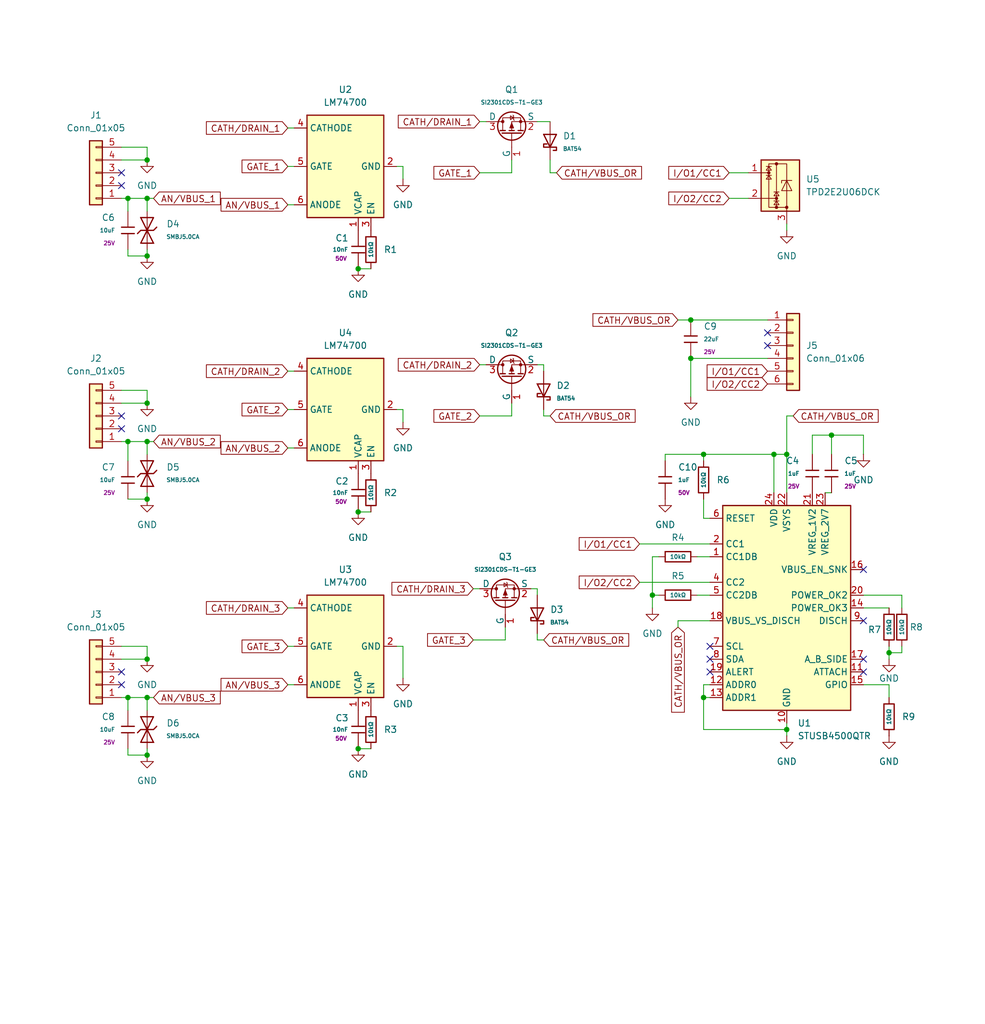
<source format=kicad_sch>
(kicad_sch (version 20250114) (generator "eeschema") (generator_version "9.0")
  (paper "User" 195.58 203.2)
  (junction (at 71.12 101.6))
  (junction (at 29.21 39.37))
  (junction (at 139.7 138.43))
  (junction (at 29.21 149.86))
  (junction (at 29.21 99.06))
  (junction (at 71.12 148.59))
  (junction (at 29.21 138.43))
  (junction (at 29.21 87.63))
  (junction (at 25.4 39.37))
  (junction (at 153.67 90.17))
  (junction (at 156.21 144.78))
  (junction (at 129.54 118.11))
  (junction (at 137.16 63.5))
  (junction (at 29.21 80.01))
  (junction (at 29.21 130.81))
  (junction (at 176.53 129.54))
  (junction (at 25.4 138.43))
  (junction (at 165.1 86.36))
  (junction (at 156.21 90.17))
  (junction (at 29.21 50.8))
  (junction (at 137.16 71.12))
  (junction (at 25.4 87.63))
  (junction (at 139.7 90.17))
  (junction (at 29.21 31.75))
  (junction (at 71.12 53.34))
  (no_connect (at 171.45 130.81))
  (no_connect (at 171.45 113.03))
  (no_connect (at 152.4 68.58))
  (no_connect (at 171.45 133.35))
  (no_connect (at 140.97 133.35))
  (no_connect (at 24.13 34.29))
  (no_connect (at 140.97 128.27))
  (no_connect (at 171.45 123.19))
  (no_connect (at 152.4 66.04))
  (no_connect (at 24.13 85.09))
  (no_connect (at 24.13 82.55))
  (no_connect (at 24.13 133.35))
  (no_connect (at 140.97 130.81))
  (no_connect (at 24.13 36.83))
  (no_connect (at 24.13 135.89))
  (wire (pts (xy 29.21 99.06) (xy 29.21 97.79)))
  (wire (pts (xy 57.15 120.65) (xy 58.42 120.65)))
  (wire (pts (xy 106.68 125.73) (xy 106.68 127)))
  (wire (pts (xy 29.21 138.43) (xy 29.21 140.97)))
  (wire (pts (xy 29.21 128.27) (xy 29.21 130.81)))
  (wire (pts (xy 171.45 118.11) (xy 179.07 118.11)))
  (wire (pts (xy 25.4 149.86) (xy 29.21 149.86)))
  (wire (pts (xy 25.4 138.43) (xy 25.4 140.97)))
  (wire (pts (xy 80.01 128.27) (xy 80.01 134.62)))
  (wire (pts (xy 171.45 135.89) (xy 176.53 135.89)))
  (wire (pts (xy 153.67 90.17) (xy 153.67 97.79)))
  (wire (pts (xy 156.21 144.78) (xy 156.21 146.05)))
  (wire (pts (xy 24.13 29.21) (xy 29.21 29.21)))
  (wire (pts (xy 140.97 135.89) (xy 139.7 135.89)))
  (wire (pts (xy 71.12 53.34) (xy 73.66 53.34)))
  (wire (pts (xy 25.4 87.63) (xy 25.4 91.44)))
  (wire (pts (xy 24.13 39.37) (xy 25.4 39.37)))
  (wire (pts (xy 161.29 86.36) (xy 165.1 86.36)))
  (wire (pts (xy 139.7 91.44) (xy 139.7 90.17)))
  (wire (pts (xy 101.6 31.75) (xy 101.6 34.29)))
  (wire (pts (xy 139.7 90.17) (xy 153.67 90.17)))
  (wire (pts (xy 139.7 102.87) (xy 139.7 99.06)))
  (wire (pts (xy 107.95 82.55) (xy 109.22 82.55)))
  (wire (pts (xy 57.15 88.9) (xy 58.42 88.9)))
  (wire (pts (xy 139.7 138.43) (xy 139.7 144.78)))
  (wire (pts (xy 106.68 127) (xy 107.95 127)))
  (wire (pts (xy 29.21 138.43) (xy 30.48 138.43)))
  (wire (pts (xy 78.74 128.27) (xy 80.01 128.27)))
  (wire (pts (xy 179.07 118.11) (xy 179.07 120.65)))
  (wire (pts (xy 95.25 72.39) (xy 96.52 72.39)))
  (wire (pts (xy 137.16 71.12) (xy 137.16 78.74)))
  (wire (pts (xy 138.43 118.11) (xy 140.97 118.11)))
  (wire (pts (xy 107.95 72.39) (xy 107.95 73.66)))
  (wire (pts (xy 78.74 33.02) (xy 80.01 33.02)))
  (wire (pts (xy 140.97 123.19) (xy 134.62 123.19)))
  (wire (pts (xy 71.12 101.6) (xy 73.66 101.6)))
  (wire (pts (xy 106.68 24.13) (xy 109.22 24.13)))
  (wire (pts (xy 179.07 128.27) (xy 179.07 129.54)))
  (wire (pts (xy 24.13 130.81) (xy 29.21 130.81)))
  (wire (pts (xy 171.45 86.36) (xy 171.45 90.17)))
  (wire (pts (xy 25.4 99.06) (xy 29.21 99.06)))
  (wire (pts (xy 132.08 90.17) (xy 139.7 90.17)))
  (wire (pts (xy 100.33 124.46) (xy 100.33 127)))
  (wire (pts (xy 129.54 118.11) (xy 129.54 120.65)))
  (wire (pts (xy 156.21 44.45) (xy 156.21 45.72)))
  (wire (pts (xy 171.45 120.65) (xy 176.53 120.65)))
  (wire (pts (xy 138.43 110.49) (xy 140.97 110.49)))
  (wire (pts (xy 152.4 71.12) (xy 137.16 71.12)))
  (wire (pts (xy 129.54 118.11) (xy 130.81 118.11)))
  (wire (pts (xy 25.4 138.43) (xy 29.21 138.43)))
  (wire (pts (xy 57.15 73.66) (xy 58.42 73.66)))
  (wire (pts (xy 129.54 110.49) (xy 129.54 118.11)))
  (wire (pts (xy 25.4 148.59) (xy 25.4 149.86)))
  (wire (pts (xy 57.15 135.89) (xy 58.42 135.89)))
  (wire (pts (xy 106.68 116.84) (xy 106.68 118.11)))
  (wire (pts (xy 176.53 128.27) (xy 176.53 129.54)))
  (wire (pts (xy 57.15 33.02) (xy 58.42 33.02)))
  (wire (pts (xy 57.15 25.4) (xy 58.42 25.4)))
  (wire (pts (xy 107.95 81.28) (xy 107.95 82.55)))
  (wire (pts (xy 93.98 116.84) (xy 95.25 116.84)))
  (wire (pts (xy 127 115.57) (xy 140.97 115.57)))
  (wire (pts (xy 179.07 129.54) (xy 176.53 129.54)))
  (wire (pts (xy 134.62 63.5) (xy 137.16 63.5)))
  (wire (pts (xy 57.15 128.27) (xy 58.42 128.27)))
  (wire (pts (xy 25.4 49.53) (xy 25.4 50.8)))
  (wire (pts (xy 156.21 90.17) (xy 156.21 97.79)))
  (wire (pts (xy 157.48 82.55) (xy 156.21 82.55)))
  (wire (pts (xy 165.1 86.36) (xy 165.1 90.17)))
  (wire (pts (xy 101.6 34.29) (xy 95.25 34.29)))
  (wire (pts (xy 101.6 80.01) (xy 101.6 82.55)))
  (wire (pts (xy 29.21 50.8) (xy 29.21 49.53)))
  (wire (pts (xy 140.97 138.43) (xy 139.7 138.43)))
  (wire (pts (xy 165.1 86.36) (xy 171.45 86.36)))
  (wire (pts (xy 25.4 50.8) (xy 29.21 50.8)))
  (wire (pts (xy 165.1 97.79) (xy 163.83 97.79)))
  (wire (pts (xy 24.13 128.27) (xy 29.21 128.27)))
  (wire (pts (xy 156.21 143.51) (xy 156.21 144.78)))
  (wire (pts (xy 101.6 82.55) (xy 95.25 82.55)))
  (wire (pts (xy 132.08 91.44) (xy 132.08 90.17)))
  (wire (pts (xy 29.21 87.63) (xy 30.48 87.63)))
  (wire (pts (xy 57.15 40.64) (xy 58.42 40.64)))
  (wire (pts (xy 24.13 138.43) (xy 25.4 138.43)))
  (wire (pts (xy 109.22 31.75) (xy 109.22 34.29)))
  (wire (pts (xy 156.21 82.55) (xy 156.21 90.17)))
  (wire (pts (xy 106.68 72.39) (xy 107.95 72.39)))
  (wire (pts (xy 137.16 63.5) (xy 152.4 63.5)))
  (wire (pts (xy 57.15 81.28) (xy 58.42 81.28)))
  (wire (pts (xy 80.01 81.28) (xy 80.01 83.82)))
  (wire (pts (xy 95.25 24.13) (xy 96.52 24.13)))
  (wire (pts (xy 29.21 39.37) (xy 29.21 41.91)))
  (wire (pts (xy 127 107.95) (xy 140.97 107.95)))
  (wire (pts (xy 80.01 33.02) (xy 80.01 35.56)))
  (wire (pts (xy 29.21 149.86) (xy 29.21 148.59)))
  (wire (pts (xy 24.13 77.47) (xy 29.21 77.47)))
  (wire (pts (xy 25.4 87.63) (xy 29.21 87.63)))
  (wire (pts (xy 140.97 102.87) (xy 139.7 102.87)))
  (wire (pts (xy 100.33 127) (xy 93.98 127)))
  (wire (pts (xy 176.53 135.89) (xy 176.53 138.43)))
  (wire (pts (xy 134.62 123.19) (xy 134.62 124.46)))
  (wire (pts (xy 78.74 81.28) (xy 80.01 81.28)))
  (wire (pts (xy 130.81 110.49) (xy 129.54 110.49)))
  (wire (pts (xy 144.78 34.29) (xy 148.59 34.29)))
  (wire (pts (xy 144.78 39.37) (xy 148.59 39.37)))
  (wire (pts (xy 153.67 90.17) (xy 156.21 90.17)))
  (wire (pts (xy 24.13 80.01) (xy 29.21 80.01)))
  (wire (pts (xy 161.29 90.17) (xy 161.29 86.36)))
  (wire (pts (xy 109.22 34.29) (xy 110.49 34.29)))
  (wire (pts (xy 71.12 148.59) (xy 73.66 148.59)))
  (wire (pts (xy 29.21 87.63) (xy 29.21 90.17)))
  (wire (pts (xy 24.13 31.75) (xy 29.21 31.75)))
  (wire (pts (xy 25.4 39.37) (xy 29.21 39.37)))
  (wire (pts (xy 176.53 129.54) (xy 176.53 130.81)))
  (wire (pts (xy 29.21 29.21) (xy 29.21 31.75)))
  (wire (pts (xy 25.4 39.37) (xy 25.4 41.91)))
  (wire (pts (xy 105.41 116.84) (xy 106.68 116.84)))
  (wire (pts (xy 139.7 135.89) (xy 139.7 138.43)))
  (wire (pts (xy 24.13 87.63) (xy 25.4 87.63)))
  (wire (pts (xy 139.7 144.78) (xy 156.21 144.78)))
  (wire (pts (xy 29.21 77.47) (xy 29.21 80.01)))
  (wire (pts (xy 29.21 39.37) (xy 30.48 39.37)))
  (global_label "GATE_2" (shape input) (at 57.15 81.28 180) (property "Intersheetrefs" "${INTERSHEET_REFS}" (effects (hide yes))))
  (global_label "GATE_1" (shape input) (at 57.15 33.02 180) (property "Intersheetrefs" "${INTERSHEET_REFS}" (effects (hide yes))))
  (global_label "CATH{slash}VBUS_OR" (shape input) (at 134.62 124.46 270) (property "Intersheetrefs" "${INTERSHEET_REFS}" (effects (hide yes))))
  (global_label "CATH{slash}VBUS_OR" (shape input) (at 110.49 34.29 0) (property "Intersheetrefs" "${INTERSHEET_REFS}" (effects (hide yes))))
  (global_label "I{slash}O1{slash}CC1" (shape input) (at 127 107.95 180) (property "Intersheetrefs" "${INTERSHEET_REFS}" (effects (hide yes))))
  (global_label "GATE_3" (shape input) (at 93.98 127 180) (property "Intersheetrefs" "${INTERSHEET_REFS}" (effects (hide yes))))
  (global_label "AN{slash}VBUS_3" (shape input) (at 57.15 135.89 180) (property "Intersheetrefs" "${INTERSHEET_REFS}" (effects (hide yes))))
  (global_label "CATH{slash}DRAIN_3" (shape input) (at 93.98 116.84 180) (property "Intersheetrefs" "${INTERSHEET_REFS}" (effects (hide yes))))
  (global_label "I{slash}O1{slash}CC1" (shape input) (at 144.78 34.29 180) (property "Intersheetrefs" "${INTERSHEET_REFS}" (effects (hide yes))))
  (global_label "CATH{slash}DRAIN_1" (shape input) (at 57.15 25.4 180) (property "Intersheetrefs" "${INTERSHEET_REFS}" (effects (hide yes))))
  (global_label "CATH{slash}DRAIN_1" (shape input) (at 95.25 24.13 180) (property "Intersheetrefs" "${INTERSHEET_REFS}" (effects (hide yes))))
  (global_label "CATH{slash}VBUS_OR" (shape input) (at 107.95 127 0) (property "Intersheetrefs" "${INTERSHEET_REFS}" (effects (hide yes))))
  (global_label "GATE_3" (shape input) (at 57.15 128.27 180) (property "Intersheetrefs" "${INTERSHEET_REFS}" (effects (hide yes))))
  (global_label "AN{slash}VBUS_2" (shape input) (at 57.15 88.9 180) (property "Intersheetrefs" "${INTERSHEET_REFS}" (effects (hide yes))))
  (global_label "I{slash}O2{slash}CC2" (shape input) (at 152.4 76.2 180) (property "Intersheetrefs" "${INTERSHEET_REFS}" (effects (hide yes))))
  (global_label "GATE_1" (shape input) (at 95.25 34.29 180) (property "Intersheetrefs" "${INTERSHEET_REFS}" (effects (hide yes))))
  (global_label "I{slash}O2{slash}CC2" (shape input) (at 144.78 39.37 180) (property "Intersheetrefs" "${INTERSHEET_REFS}" (effects (hide yes))))
  (global_label "AN{slash}VBUS_1" (shape input) (at 30.48 39.37 0) (property "Intersheetrefs" "${INTERSHEET_REFS}" (effects (hide yes))))
  (global_label "AN{slash}VBUS_1" (shape input) (at 57.15 40.64 180) (property "Intersheetrefs" "${INTERSHEET_REFS}" (effects (hide yes))))
  (global_label "AN{slash}VBUS_3" (shape input) (at 30.48 138.43 0) (property "Intersheetrefs" "${INTERSHEET_REFS}" (effects (hide yes))))
  (global_label "I{slash}O1{slash}CC1" (shape input) (at 152.4 73.66 180) (property "Intersheetrefs" "${INTERSHEET_REFS}" (effects (hide yes))))
  (global_label "CATH{slash}VBUS_OR" (shape input) (at 157.48 82.55 0) (property "Intersheetrefs" "${INTERSHEET_REFS}" (effects (hide yes))))
  (global_label "CATH{slash}DRAIN_2" (shape input) (at 57.15 73.66 180) (property "Intersheetrefs" "${INTERSHEET_REFS}" (effects (hide yes))))
  (global_label "CATH{slash}VBUS_OR" (shape input) (at 109.22 82.55 0) (property "Intersheetrefs" "${INTERSHEET_REFS}" (effects (hide yes))))
  (global_label "GATE_2" (shape input) (at 95.25 82.55 180) (property "Intersheetrefs" "${INTERSHEET_REFS}" (effects (hide yes))))
  (global_label "CATH{slash}VBUS_OR" (shape input) (at 134.62 63.5 180) (property "Intersheetrefs" "${INTERSHEET_REFS}" (effects (hide yes))))
  (global_label "CATH{slash}DRAIN_2" (shape input) (at 95.25 72.39 180) (property "Intersheetrefs" "${INTERSHEET_REFS}" (effects (hide yes))))
  (global_label "AN{slash}VBUS_2" (shape input) (at 30.48 87.63 0) (property "Intersheetrefs" "${INTERSHEET_REFS}" (effects (hide yes))))
  (global_label "CATH{slash}DRAIN_3" (shape input) (at 57.15 120.65 180) (property "Intersheetrefs" "${INTERSHEET_REFS}" (effects (hide yes))))
  (global_label "I{slash}O2{slash}CC2" (shape input) (at 127 115.57 180) (property "Intersheetrefs" "${INTERSHEET_REFS}" (effects (hide yes))))
  (symbol (lib_id "PCM_JLCPCB-Diodes:Schottky,BAT54") (at 106.68 121.92 0) (unit 1)
    (property "Reference" "D3" (at 109.22 120.9674 0) (effects (justify left)))
    (property "Value" "BAT54" (at 109.22 123.5075 0) (effects (font (size 0.8 0.8)) (justify left)))
    (property "Footprint" "PCM_JLCPCB:D_SOT-23" (effects (hide yes)))
    (property "Datasheet" "https://wmsc.lcsc.com/wmsc/upload/file/pdf/v2/lcsc/2406171624_hongjiacheng-BAT54_C22466368.pdf" (effects (hide yes)))
    (property "Description" "30V Independent Type 200mA 1V@100mA SOT-23 Schottky Diodes ROHS" (effects (hide yes)))
    (property "LCSC" "C22466368" (effects (hide yes)))
    (property "Stock" "11561" (effects (hide yes)))
    (property "Price" "0.016USD" (effects (hide yes)))
    (property "Process" "SMT" (effects (hide yes)))
    (property "Minimum Qty" "10" (effects (hide yes)))
    (property "Attrition Qty" "4" (effects (hide yes)))
    (property "Class" "Preferred Component" (effects (hide yes)))
    (property "Category" "Diodes,Schottky Diodes" (effects (hide yes)))
    (property "Manufacturer" "hongjiacheng" (effects (hide yes)))
    (property "Part" "BAT54" (effects (hide yes)))
  )
  (symbol (lib_id "PCM_JLCPCB-Resistors:0402,10kΩ") (at 179.07 124.46 0) (unit 1)
    (property "Reference" "R8" (at 180.594 124.46 0) (effects (justify left)))
    (property "Value" "10kΩ" (at 179.07 124.46 90) (effects (font (size 0.8 0.8))))
    (property "Footprint" "PCM_JLCPCB:R_0402" (effects (hide yes)))
    (property "Datasheet" "https://www.lcsc.com/datasheet/lcsc_datasheet_2411221126_UNI-ROYAL-Uniroyal-Elec-0402WGF1002TCE_C25744.pdf" (effects (hide yes)))
    (property "Description" "62.5mW Thick Film Resistors 50V ±100ppm/°C ±1% 10kΩ 0402 Chip Resistor - Surface Mount ROHS" (effects (hide yes)))
    (property "LCSC" "C25744" (effects (hide yes)))
    (property "Stock" "24372091" (effects (hide yes)))
    (property "Price" "0.004USD" (effects (hide yes)))
    (property "Process" "SMT" (effects (hide yes)))
    (property "Minimum Qty" "20" (effects (hide yes)))
    (property "Attrition Qty" "10" (effects (hide yes)))
    (property "Class" "Basic Component" (effects (hide yes)))
    (property "Category" "Resistors,Chip Resistor - Surface Mount" (effects (hide yes)))
    (property "Manufacturer" "UNI-ROYAL(Uniroyal Elec)" (effects (hide yes)))
    (property "Part" "0402WGF1002TCE" (effects (hide yes)))
    (property "Resistance" "10kΩ" (effects (hide yes)))
    (property "Power(Watts)" "62.5mW" (effects (hide yes)))
    (property "Type" "Thick Film Resistors" (effects (hide yes)))
    (property "Overload Voltage (Max)" "50V" (effects (hide yes)))
    (property "Operating Temperature Range" "-55°C~+155°C" (effects (hide yes)))
    (property "Tolerance" "±1%" (effects (hide yes)))
    (property "Temperature Coefficient" "±100ppm/°C" (effects (hide yes)))
  )
  (symbol (lib_id "power:GND") (at 71.12 101.6 0) (unit 1)
    (property "Reference" "#PWR03" (effects (hide yes)))
    (property "Value" "GND" (at 71.12 106.68 0))
    (property "Description" "Power symbol creates a global label with name \"GND\" , ground" (effects (hide yes)))
  )
  (symbol (lib_id "power:GND") (at 176.53 146.05 0) (unit 1)
    (property "Reference" "#PWR020" (effects (hide yes)))
    (property "Value" "GND" (at 176.53 151.13 0))
    (property "Description" "Power symbol creates a global label with name \"GND\" , ground" (effects (hide yes)))
  )
  (symbol (lib_id "PCM_JLCPCB-Resistors:0402,10kΩ") (at 73.66 144.78 0) (unit 1)
    (property "Reference" "R3" (at 76.2 144.7799 0) (effects (justify left)))
    (property "Value" "10kΩ" (at 73.66 144.78 90) (effects (font (size 0.8 0.8))))
    (property "Footprint" "PCM_JLCPCB:R_0402" (effects (hide yes)))
    (property "Datasheet" "https://www.lcsc.com/datasheet/lcsc_datasheet_2411221126_UNI-ROYAL-Uniroyal-Elec-0402WGF1002TCE_C25744.pdf" (effects (hide yes)))
    (property "Description" "62.5mW Thick Film Resistors 50V ±100ppm/°C ±1% 10kΩ 0402 Chip Resistor - Surface Mount ROHS" (effects (hide yes)))
    (property "LCSC" "C25744" (effects (hide yes)))
    (property "Stock" "24372091" (effects (hide yes)))
    (property "Price" "0.004USD" (effects (hide yes)))
    (property "Process" "SMT" (effects (hide yes)))
    (property "Minimum Qty" "20" (effects (hide yes)))
    (property "Attrition Qty" "10" (effects (hide yes)))
    (property "Class" "Basic Component" (effects (hide yes)))
    (property "Category" "Resistors,Chip Resistor - Surface Mount" (effects (hide yes)))
    (property "Manufacturer" "UNI-ROYAL(Uniroyal Elec)" (effects (hide yes)))
    (property "Part" "0402WGF1002TCE" (effects (hide yes)))
    (property "Resistance" "10kΩ" (effects (hide yes)))
    (property "Power(Watts)" "62.5mW" (effects (hide yes)))
    (property "Type" "Thick Film Resistors" (effects (hide yes)))
    (property "Overload Voltage (Max)" "50V" (effects (hide yes)))
    (property "Operating Temperature Range" "-55°C~+155°C" (effects (hide yes)))
    (property "Tolerance" "±1%" (effects (hide yes)))
    (property "Temperature Coefficient" "±100ppm/°C" (effects (hide yes)))
  )
  (symbol (lib_id "PCM_JLCPCB-Capacitors:0402,1uF") (at 161.29 93.98 0) (mirror y) (unit 1)
    (property "Reference" "C4" (at 158.75 91.4399 0) (effects (justify left)))
    (property "Value" "1uF" (at 158.75 93.98 0) (effects (font (size 0.8 0.8)) (justify left)))
    (property "Footprint" "PCM_JLCPCB:C_0402" (effects (hide yes)))
    (property "Datasheet" "https://www.lcsc.com/datasheet/lcsc_datasheet_2304140030_Samsung-Electro-Mechanics-CL05A105KA5NQNC_C52923.pdf" (effects (hide yes)))
    (property "Description" "25V 1uF X5R ±10% 0402 Multilayer Ceramic Capacitors MLCC - SMD/SMT ROHS" (effects (hide yes)))
    (property "LCSC" "C52923" (effects (hide yes)))
    (property "Stock" "7021828" (effects (hide yes)))
    (property "Price" "0.006USD" (effects (hide yes)))
    (property "Process" "SMT" (effects (hide yes)))
    (property "Minimum Qty" "20" (effects (hide yes)))
    (property "Attrition Qty" "10" (effects (hide yes)))
    (property "Class" "Basic Component" (effects (hide yes)))
    (property "Category" "Capacitors,Multilayer Ceramic Capacitors MLCC - SMD/SMT" (effects (hide yes)))
    (property "Manufacturer" "Samsung Electro-Mechanics" (effects (hide yes)))
    (property "Part" "CL05A105KA5NQNC" (effects (hide yes)))
    (property "Voltage Rated" "25V" (at 158.75 96.52 0) (effects (font (size 0.8 0.8)) (justify left)))
    (property "Tolerance" "±10%" (effects (hide yes)))
    (property "Capacitance" "1uF" (effects (hide yes)))
    (property "Temperature Coefficient" "X5R" (effects (hide yes)))
  )
  (symbol (lib_id "PCM_JLCPCB-Capacitors:0402,1uF") (at 165.1 93.98 0) (unit 1)
    (property "Reference" "C5" (at 167.64 91.4399 0) (effects (justify left)))
    (property "Value" "1uF" (at 167.64 93.98 0) (effects (font (size 0.8 0.8)) (justify left)))
    (property "Footprint" "PCM_JLCPCB:C_0402" (effects (hide yes)))
    (property "Datasheet" "https://www.lcsc.com/datasheet/lcsc_datasheet_2304140030_Samsung-Electro-Mechanics-CL05A105KA5NQNC_C52923.pdf" (effects (hide yes)))
    (property "Description" "25V 1uF X5R ±10% 0402 Multilayer Ceramic Capacitors MLCC - SMD/SMT ROHS" (effects (hide yes)))
    (property "LCSC" "C52923" (effects (hide yes)))
    (property "Stock" "7021828" (effects (hide yes)))
    (property "Price" "0.006USD" (effects (hide yes)))
    (property "Process" "SMT" (effects (hide yes)))
    (property "Minimum Qty" "20" (effects (hide yes)))
    (property "Attrition Qty" "10" (effects (hide yes)))
    (property "Class" "Basic Component" (effects (hide yes)))
    (property "Category" "Capacitors,Multilayer Ceramic Capacitors MLCC - SMD/SMT" (effects (hide yes)))
    (property "Manufacturer" "Samsung Electro-Mechanics" (effects (hide yes)))
    (property "Part" "CL05A105KA5NQNC" (effects (hide yes)))
    (property "Voltage Rated" "25V" (at 167.64 96.52 0) (effects (font (size 0.8 0.8)) (justify left)))
    (property "Tolerance" "±10%" (effects (hide yes)))
    (property "Capacitance" "1uF" (effects (hide yes)))
    (property "Temperature Coefficient" "X5R" (effects (hide yes)))
  )
  (symbol (lib_id "power:GND") (at 29.21 80.01 0) (unit 1)
    (property "Reference" "#PWR011" (effects (hide yes)))
    (property "Value" "GND" (at 29.21 85.09 0))
    (property "Description" "Power symbol creates a global label with name \"GND\" , ground" (effects (hide yes)))
  )
  (symbol (lib_id "PCM_JLCPCB-Resistors:0402,10kΩ") (at 134.62 110.49 90) (unit 1)
    (property "Reference" "R4" (at 134.62 106.68 90))
    (property "Value" "10kΩ" (at 134.62 110.49 90) (effects (font (size 0.8 0.8))))
    (property "Footprint" "PCM_JLCPCB:R_0402" (effects (hide yes)))
    (property "Datasheet" "https://www.lcsc.com/datasheet/lcsc_datasheet_2411221126_UNI-ROYAL-Uniroyal-Elec-0402WGF1002TCE_C25744.pdf" (effects (hide yes)))
    (property "Description" "62.5mW Thick Film Resistors 50V ±100ppm/°C ±1% 10kΩ 0402 Chip Resistor - Surface Mount ROHS" (effects (hide yes)))
    (property "LCSC" "C25744" (effects (hide yes)))
    (property "Stock" "24372091" (effects (hide yes)))
    (property "Price" "0.004USD" (effects (hide yes)))
    (property "Process" "SMT" (effects (hide yes)))
    (property "Minimum Qty" "20" (effects (hide yes)))
    (property "Attrition Qty" "10" (effects (hide yes)))
    (property "Class" "Basic Component" (effects (hide yes)))
    (property "Category" "Resistors,Chip Resistor - Surface Mount" (effects (hide yes)))
    (property "Manufacturer" "UNI-ROYAL(Uniroyal Elec)" (effects (hide yes)))
    (property "Part" "0402WGF1002TCE" (effects (hide yes)))
    (property "Resistance" "10kΩ" (effects (hide yes)))
    (property "Power(Watts)" "62.5mW" (effects (hide yes)))
    (property "Type" "Thick Film Resistors" (effects (hide yes)))
    (property "Overload Voltage (Max)" "50V" (effects (hide yes)))
    (property "Operating Temperature Range" "-55°C~+155°C" (effects (hide yes)))
    (property "Tolerance" "±1%" (effects (hide yes)))
    (property "Temperature Coefficient" "±100ppm/°C" (effects (hide yes)))
  )
  (symbol (lib_id "PCM_JLCPCB-Capacitors:0805,10uF") (at 25.4 95.25 0) (mirror y) (unit 1)
    (property "Reference" "C7" (at 22.86 92.7099 0) (effects (justify left)))
    (property "Value" "10uF" (at 22.86 95.25 0) (effects (font (size 0.8 0.8)) (justify left)))
    (property "Footprint" "PCM_JLCPCB:C_0805" (effects (hide yes)))
    (property "Datasheet" "https://www.lcsc.com/datasheet/lcsc_datasheet_2304140030_Samsung-Electro-Mechanics-CL21A106KAYNNNE_C15850.pdf" (effects (hide yes)))
    (property "Description" "25V 10uF X5R ±10% 0805 Multilayer Ceramic Capacitors MLCC - SMD/SMT ROHS" (effects (hide yes)))
    (property "LCSC" "C15850" (effects (hide yes)))
    (property "Stock" "6525809" (effects (hide yes)))
    (property "Price" "0.014USD" (effects (hide yes)))
    (property "Process" "SMT" (effects (hide yes)))
    (property "Minimum Qty" "20" (effects (hide yes)))
    (property "Attrition Qty" "10" (effects (hide yes)))
    (property "Class" "Basic Component" (effects (hide yes)))
    (property "Category" "Capacitors,Multilayer Ceramic Capacitors MLCC - SMD/SMT" (effects (hide yes)))
    (property "Manufacturer" "Samsung Electro-Mechanics" (effects (hide yes)))
    (property "Part" "CL21A106KAYNNNE" (effects (hide yes)))
    (property "Voltage Rated" "25V" (at 22.86 97.79 0) (effects (font (size 0.8 0.8)) (justify left)))
    (property "Tolerance" "±10%" (effects (hide yes)))
    (property "Capacitance" "10uF" (effects (hide yes)))
    (property "Temperature Coefficient" "X5R" (effects (hide yes)))
  )
  (symbol (lib_id "Connector_Generic:Conn_01x05") (at 19.05 34.29 180) (unit 1)
    (property "Reference" "J1" (at 19.05 22.86 0))
    (property "Value" "Conn_01x05" (at 19.05 25.4 0))
    (property "Footprint" "Connector_Wire:SolderWire-0.1sqmm_1x05_P3.6mm_D0.4mm_OD1mm" (effects (hide yes)))
    (property "Description" "Generic connector, single row, 01x05, script generated (kicad-library-utils/schlib/autogen/connector/)" (effects (hide yes)))
  )
  (symbol (lib_id "power:GND") (at 71.12 53.34 0) (unit 1)
    (property "Reference" "#PWR01" (effects (hide yes)))
    (property "Value" "GND" (at 71.12 58.42 0))
    (property "Description" "Power symbol creates a global label with name \"GND\" , ground" (effects (hide yes)))
  )
  (symbol (lib_id "PCM_JLCPCB-Diodes:TVS-Bi,SMBJ5.0CA") (at 29.21 45.72 180) (unit 1)
    (property "Reference" "D4" (at 33.02 44.4499 0) (effects (justify right)))
    (property "Value" "SMBJ5.0CA" (at 33.02 46.99 0) (effects (font (size 0.8 0.8)) (justify right)))
    (property "Footprint" "PCM_JLCPCB:D_SMB" (effects (hide yes)))
    (property "Datasheet" "https://wmsc.lcsc.com/wmsc/upload/file/pdf/v2/lcsc/2312280935_hongjiacheng-SMBJ5-0CA_C19077559.pdf" (effects (hide yes)))
    (property "Description" "65.22A 600W 9.2V 7V Bidirectional 5V SMB ESD and Surge Protection (TVS/ESD) ROHS" (effects (hide yes)))
    (property "LCSC" "C19077559" (effects (hide yes)))
    (property "Stock" "223503" (effects (hide yes)))
    (property "Price" "0.052USD" (effects (hide yes)))
    (property "Process" "SMT" (effects (hide yes)))
    (property "Minimum Qty" "5" (effects (hide yes)))
    (property "Attrition Qty" "2" (effects (hide yes)))
    (property "Class" "Preferred Component" (effects (hide yes)))
    (property "Category" "TVS/Fuse/Board Level Protection,Electrostatic And Surge Protection (TVS/ESD)" (effects (hide yes)))
    (property "Manufacturer" "hongjiacheng" (effects (hide yes)))
    (property "Part" "SMBJ5.0CA" (effects (hide yes)))
  )
  (symbol (lib_id "PCM_JLCPCB-Capacitors:0402,10nF") (at 71.12 49.53 0) (unit 1)
    (property "Reference" "C1" (at 66.548 47.244 0) (effects (justify left)))
    (property "Value" "10nF" (at 66.04 49.53 0) (effects (font (size 0.8 0.8)) (justify left)))
    (property "Footprint" "PCM_JLCPCB:C_0402" (effects (hide yes)))
    (property "Datasheet" "https://www.lcsc.com/datasheet/lcsc_datasheet_2304140030_Samsung-Electro-Mechanics-CL05B103KB5NNNC_C15195.pdf" (effects (hide yes)))
    (property "Description" "50V 10nF X7R ±10% 0402 Multilayer Ceramic Capacitors MLCC - SMD/SMT ROHS" (effects (hide yes)))
    (property "LCSC" "C15195" (effects (hide yes)))
    (property "Stock" "4779042" (effects (hide yes)))
    (property "Price" "0.005USD" (effects (hide yes)))
    (property "Process" "SMT" (effects (hide yes)))
    (property "Minimum Qty" "20" (effects (hide yes)))
    (property "Attrition Qty" "10" (effects (hide yes)))
    (property "Class" "Basic Component" (effects (hide yes)))
    (property "Category" "Capacitors,Multilayer Ceramic Capacitors MLCC - SMD/SMT" (effects (hide yes)))
    (property "Manufacturer" "Samsung Electro-Mechanics" (effects (hide yes)))
    (property "Part" "CL05B103KB5NNNC" (effects (hide yes)))
    (property "Voltage Rated" "50V" (at 66.548 51.308 0) (effects (font (size 0.8 0.8)) (justify left)))
    (property "Tolerance" "±10%" (effects (hide yes)))
    (property "Capacitance" "10nF" (effects (hide yes)))
    (property "Temperature Coefficient" "X7R" (effects (hide yes)))
  )
  (symbol (lib_id "power:GND") (at 29.21 99.06 0) (unit 1)
    (property "Reference" "#PWR08" (effects (hide yes)))
    (property "Value" "GND" (at 29.21 104.14 0))
    (property "Description" "Power symbol creates a global label with name \"GND\" , ground" (effects (hide yes)))
  )
  (symbol (lib_id "PCM_JLCPCB-Resistors:0402,10kΩ") (at 176.53 124.46 0) (mirror y) (unit 1)
    (property "Reference" "R7" (at 175.006 124.968 0) (effects (justify left)))
    (property "Value" "10kΩ" (at 176.53 124.46 90) (effects (font (size 0.8 0.8))))
    (property "Footprint" "PCM_JLCPCB:R_0402" (effects (hide yes)))
    (property "Datasheet" "https://www.lcsc.com/datasheet/lcsc_datasheet_2411221126_UNI-ROYAL-Uniroyal-Elec-0402WGF1002TCE_C25744.pdf" (effects (hide yes)))
    (property "Description" "62.5mW Thick Film Resistors 50V ±100ppm/°C ±1% 10kΩ 0402 Chip Resistor - Surface Mount ROHS" (effects (hide yes)))
    (property "LCSC" "C25744" (effects (hide yes)))
    (property "Stock" "24372091" (effects (hide yes)))
    (property "Price" "0.004USD" (effects (hide yes)))
    (property "Process" "SMT" (effects (hide yes)))
    (property "Minimum Qty" "20" (effects (hide yes)))
    (property "Attrition Qty" "10" (effects (hide yes)))
    (property "Class" "Basic Component" (effects (hide yes)))
    (property "Category" "Resistors,Chip Resistor - Surface Mount" (effects (hide yes)))
    (property "Manufacturer" "UNI-ROYAL(Uniroyal Elec)" (effects (hide yes)))
    (property "Part" "0402WGF1002TCE" (effects (hide yes)))
    (property "Resistance" "10kΩ" (effects (hide yes)))
    (property "Power(Watts)" "62.5mW" (effects (hide yes)))
    (property "Type" "Thick Film Resistors" (effects (hide yes)))
    (property "Overload Voltage (Max)" "50V" (effects (hide yes)))
    (property "Operating Temperature Range" "-55°C~+155°C" (effects (hide yes)))
    (property "Tolerance" "±1%" (effects (hide yes)))
    (property "Temperature Coefficient" "±100ppm/°C" (effects (hide yes)))
  )
  (symbol (lib_id "PCM_JLCPCB-Resistors:0402,10kΩ") (at 73.66 49.53 0) (unit 1)
    (property "Reference" "R1" (at 76.2 49.5299 0) (effects (justify left)))
    (property "Value" "10kΩ" (at 73.66 49.53 90) (effects (font (size 0.8 0.8))))
    (property "Footprint" "PCM_JLCPCB:R_0402" (effects (hide yes)))
    (property "Datasheet" "https://www.lcsc.com/datasheet/lcsc_datasheet_2411221126_UNI-ROYAL-Uniroyal-Elec-0402WGF1002TCE_C25744.pdf" (effects (hide yes)))
    (property "Description" "62.5mW Thick Film Resistors 50V ±100ppm/°C ±1% 10kΩ 0402 Chip Resistor - Surface Mount ROHS" (effects (hide yes)))
    (property "LCSC" "C25744" (effects (hide yes)))
    (property "Stock" "24372091" (effects (hide yes)))
    (property "Price" "0.004USD" (effects (hide yes)))
    (property "Process" "SMT" (effects (hide yes)))
    (property "Minimum Qty" "20" (effects (hide yes)))
    (property "Attrition Qty" "10" (effects (hide yes)))
    (property "Class" "Basic Component" (effects (hide yes)))
    (property "Category" "Resistors,Chip Resistor - Surface Mount" (effects (hide yes)))
    (property "Manufacturer" "UNI-ROYAL(Uniroyal Elec)" (effects (hide yes)))
    (property "Part" "0402WGF1002TCE" (effects (hide yes)))
    (property "Resistance" "10kΩ" (effects (hide yes)))
    (property "Power(Watts)" "62.5mW" (effects (hide yes)))
    (property "Type" "Thick Film Resistors" (effects (hide yes)))
    (property "Overload Voltage (Max)" "50V" (effects (hide yes)))
    (property "Operating Temperature Range" "-55°C~+155°C" (effects (hide yes)))
    (property "Tolerance" "±1%" (effects (hide yes)))
    (property "Temperature Coefficient" "±100ppm/°C" (effects (hide yes)))
  )
  (symbol (lib_id "PCM_JLCPCB-Transistors:PMOS,SI2301CDS-T1-GE3") (at 101.6 74.93 90) (unit 1)
    (property "Reference" "Q2" (at 101.6 66.04 90))
    (property "Value" "SI2301CDS-T1-GE3" (at 101.6 68.58 90) (effects (font (size 0.8 0.8))))
    (property "Footprint" "PCM_JLCPCB:Q_SOT-23" (effects (hide yes)))
    (property "Datasheet" "https://www.lcsc.com/datasheet/lcsc_datasheet_1808272021_Vishay-Intertech-SI2301CDS-T1-GE3_C10487.pdf" (effects (hide yes)))
    (property "Description" "20V 3.1A 112mΩ@4.5V,2.8A 1V@250uA 1 Piece P-Channel SOT-23 MOSFETs ROHS" (effects (hide yes)))
    (property "LCSC" "C10487" (effects (hide yes)))
    (property "Stock" "476267" (effects (hide yes)))
    (property "Price" "0.058USD" (effects (hide yes)))
    (property "Process" "SMT" (effects (hide yes)))
    (property "Minimum Qty" "5" (effects (hide yes)))
    (property "Attrition Qty" "4" (effects (hide yes)))
    (property "Class" "Basic Component" (effects (hide yes)))
    (property "Category" "Transistors,MOSFETs" (effects (hide yes)))
    (property "Manufacturer" "Vishay Intertech" (effects (hide yes)))
    (property "Part" "SI2301CDS-T1-GE3" (effects (hide yes)))
    (property "Continuous Drain Current (Id)" "2.3A" (effects (hide yes)))
    (property "Input Capacitance (Ciss@Vds)" "405pF@10V" (effects (hide yes)))
    (property "Operating Temperature" "-55°C~+150°C" (effects (hide yes)))
    (property "Type" "1 Piece P-Channel" (effects (hide yes)))
    (property "Drain Source Voltage (Vdss)" "20V" (effects (hide yes)))
    (property "Power Dissipation (Pd)" "0.86W" (effects (hide yes)))
    (property "Gate Threshold Voltage (Vgs(th)@Id)" "1V@250uA" (effects (hide yes)))
    (property "Reverse Transfer Capacitance (Crss@Vds)" "55pF@10V" (effects (hide yes)))
    (property "Drain Source On Resistance (RDS(on)@Vgs,Id)" "0.112Ω@4.5V,2.8A" (effects (hide yes)))
    (property "Total Gate Charge (Qg@Vgs)" "3.3nC@10V" (effects (hide yes)))
  )
  (symbol (lib_id "PCM_JLCPCB-Diodes:Schottky,BAT54") (at 109.22 27.94 0) (unit 1)
    (property "Reference" "D1" (at 111.76 26.9874 0) (effects (justify left)))
    (property "Value" "BAT54" (at 111.76 29.5275 0) (effects (font (size 0.8 0.8)) (justify left)))
    (property "Footprint" "PCM_JLCPCB:D_SOT-23" (effects (hide yes)))
    (property "Datasheet" "https://wmsc.lcsc.com/wmsc/upload/file/pdf/v2/lcsc/2406171624_hongjiacheng-BAT54_C22466368.pdf" (effects (hide yes)))
    (property "Description" "30V Independent Type 200mA 1V@100mA SOT-23 Schottky Diodes ROHS" (effects (hide yes)))
    (property "LCSC" "C22466368" (effects (hide yes)))
    (property "Stock" "11561" (effects (hide yes)))
    (property "Price" "0.016USD" (effects (hide yes)))
    (property "Process" "SMT" (effects (hide yes)))
    (property "Minimum Qty" "10" (effects (hide yes)))
    (property "Attrition Qty" "4" (effects (hide yes)))
    (property "Class" "Preferred Component" (effects (hide yes)))
    (property "Category" "Diodes,Schottky Diodes" (effects (hide yes)))
    (property "Manufacturer" "hongjiacheng" (effects (hide yes)))
    (property "Part" "BAT54" (effects (hide yes)))
  )
  (symbol (lib_id "power:GND") (at 80.01 134.62 0) (unit 1)
    (property "Reference" "#PWR06" (effects (hide yes)))
    (property "Value" "GND" (at 80.01 139.7 0))
    (property "Description" "Power symbol creates a global label with name \"GND\" , ground" (effects (hide yes)))
  )
  (symbol (lib_id "PCM_JLCPCB-Resistors:0402,10kΩ") (at 73.66 97.79 0) (unit 1)
    (property "Reference" "R2" (at 76.2 97.7899 0) (effects (justify left)))
    (property "Value" "10kΩ" (at 73.66 97.79 90) (effects (font (size 0.8 0.8))))
    (property "Footprint" "PCM_JLCPCB:R_0402" (effects (hide yes)))
    (property "Datasheet" "https://www.lcsc.com/datasheet/lcsc_datasheet_2411221126_UNI-ROYAL-Uniroyal-Elec-0402WGF1002TCE_C25744.pdf" (effects (hide yes)))
    (property "Description" "62.5mW Thick Film Resistors 50V ±100ppm/°C ±1% 10kΩ 0402 Chip Resistor - Surface Mount ROHS" (effects (hide yes)))
    (property "LCSC" "C25744" (effects (hide yes)))
    (property "Stock" "24372091" (effects (hide yes)))
    (property "Price" "0.004USD" (effects (hide yes)))
    (property "Process" "SMT" (effects (hide yes)))
    (property "Minimum Qty" "20" (effects (hide yes)))
    (property "Attrition Qty" "10" (effects (hide yes)))
    (property "Class" "Basic Component" (effects (hide yes)))
    (property "Category" "Resistors,Chip Resistor - Surface Mount" (effects (hide yes)))
    (property "Manufacturer" "UNI-ROYAL(Uniroyal Elec)" (effects (hide yes)))
    (property "Part" "0402WGF1002TCE" (effects (hide yes)))
    (property "Resistance" "10kΩ" (effects (hide yes)))
    (property "Power(Watts)" "62.5mW" (effects (hide yes)))
    (property "Type" "Thick Film Resistors" (effects (hide yes)))
    (property "Overload Voltage (Max)" "50V" (effects (hide yes)))
    (property "Operating Temperature Range" "-55°C~+155°C" (effects (hide yes)))
    (property "Tolerance" "±1%" (effects (hide yes)))
    (property "Temperature Coefficient" "±100ppm/°C" (effects (hide yes)))
  )
  (symbol (lib_id "Connector_Generic:Conn_01x06") (at 157.48 68.58 0) (unit 1)
    (property "Reference" "J5" (at 160.02 68.5799 0) (effects (justify left)))
    (property "Value" "Conn_01x06" (at 160.02 71.1199 0) (effects (justify left)))
    (property "Footprint" "Connector_Wire:SolderWire-0.1sqmm_1x06_P3.6mm_D0.4mm_OD1mm" (effects (hide yes)))
    (property "Description" "Generic connector, single row, 01x06, script generated (kicad-library-utils/schlib/autogen/connector/)" (effects (hide yes)))
  )
  (symbol (lib_id "power:GND") (at 29.21 130.81 0) (unit 1)
    (property "Reference" "#PWR012" (effects (hide yes)))
    (property "Value" "GND" (at 29.21 135.89 0))
    (property "Description" "Power symbol creates a global label with name \"GND\" , ground" (effects (hide yes)))
  )
  (symbol (lib_id "Power_Protection:TPD2E2U06DCK") (at 156.21 36.83 0) (unit 1)
    (property "Reference" "U5" (at 160.02 35.5599 0) (effects (justify left)))
    (property "Value" "TPD2E2U06DCK" (at 160.02 38.0999 0) (effects (justify left)))
    (property "Footprint" "Package_TO_SOT_SMD:SOT-323_SC-70" (effects (hide yes)))
    (property "Datasheet" "http://www.ti.com/lit/ds/symlink/tpd2e2u06.pdf" (effects (hide yes)))
    (property "Description" "Dual-Channel High-Speed ESD Protection, SC-70" (effects (hide yes)))
  )
  (symbol (lib_id "power:GND") (at 80.01 83.82 0) (unit 1)
    (property "Reference" "#PWR05" (effects (hide yes)))
    (property "Value" "GND" (at 80.01 88.9 0))
    (property "Description" "Power symbol creates a global label with name \"GND\" , ground" (effects (hide yes)))
  )
  (symbol (lib_id "PCM_JLCPCB-Resistors:0402,10kΩ") (at 139.7 95.25 180) (unit 1)
    (property "Reference" "R6" (at 142.24 95.2499 0) (effects (justify right)))
    (property "Value" "10kΩ" (at 139.7 95.25 90) (effects (font (size 0.8 0.8))))
    (property "Footprint" "PCM_JLCPCB:R_0402" (effects (hide yes)))
    (property "Datasheet" "https://www.lcsc.com/datasheet/lcsc_datasheet_2411221126_UNI-ROYAL-Uniroyal-Elec-0402WGF1002TCE_C25744.pdf" (effects (hide yes)))
    (property "Description" "62.5mW Thick Film Resistors 50V ±100ppm/°C ±1% 10kΩ 0402 Chip Resistor - Surface Mount ROHS" (effects (hide yes)))
    (property "LCSC" "C25744" (effects (hide yes)))
    (property "Stock" "24372091" (effects (hide yes)))
    (property "Price" "0.004USD" (effects (hide yes)))
    (property "Process" "SMT" (effects (hide yes)))
    (property "Minimum Qty" "20" (effects (hide yes)))
    (property "Attrition Qty" "10" (effects (hide yes)))
    (property "Class" "Basic Component" (effects (hide yes)))
    (property "Category" "Resistors,Chip Resistor - Surface Mount" (effects (hide yes)))
    (property "Manufacturer" "UNI-ROYAL(Uniroyal Elec)" (effects (hide yes)))
    (property "Part" "0402WGF1002TCE" (effects (hide yes)))
    (property "Resistance" "10kΩ" (effects (hide yes)))
    (property "Power(Watts)" "62.5mW" (effects (hide yes)))
    (property "Type" "Thick Film Resistors" (effects (hide yes)))
    (property "Overload Voltage (Max)" "50V" (effects (hide yes)))
    (property "Operating Temperature Range" "-55°C~+155°C" (effects (hide yes)))
    (property "Tolerance" "±1%" (effects (hide yes)))
    (property "Temperature Coefficient" "±100ppm/°C" (effects (hide yes)))
  )
  (symbol (lib_id "PCM_JLCPCB-Resistors:0402,10kΩ") (at 176.53 142.24 180) (unit 1)
    (property "Reference" "R9" (at 179.07 142.2399 0) (effects (justify right)))
    (property "Value" "10kΩ" (at 176.53 142.24 90) (effects (font (size 0.8 0.8))))
    (property "Footprint" "PCM_JLCPCB:R_0402" (effects (hide yes)))
    (property "Datasheet" "https://www.lcsc.com/datasheet/lcsc_datasheet_2411221126_UNI-ROYAL-Uniroyal-Elec-0402WGF1002TCE_C25744.pdf" (effects (hide yes)))
    (property "Description" "62.5mW Thick Film Resistors 50V ±100ppm/°C ±1% 10kΩ 0402 Chip Resistor - Surface Mount ROHS" (effects (hide yes)))
    (property "LCSC" "C25744" (effects (hide yes)))
    (property "Stock" "24372091" (effects (hide yes)))
    (property "Price" "0.004USD" (effects (hide yes)))
    (property "Process" "SMT" (effects (hide yes)))
    (property "Minimum Qty" "20" (effects (hide yes)))
    (property "Attrition Qty" "10" (effects (hide yes)))
    (property "Class" "Basic Component" (effects (hide yes)))
    (property "Category" "Resistors,Chip Resistor - Surface Mount" (effects (hide yes)))
    (property "Manufacturer" "UNI-ROYAL(Uniroyal Elec)" (effects (hide yes)))
    (property "Part" "0402WGF1002TCE" (effects (hide yes)))
    (property "Resistance" "10kΩ" (effects (hide yes)))
    (property "Power(Watts)" "62.5mW" (effects (hide yes)))
    (property "Type" "Thick Film Resistors" (effects (hide yes)))
    (property "Overload Voltage (Max)" "50V" (effects (hide yes)))
    (property "Operating Temperature Range" "-55°C~+155°C" (effects (hide yes)))
    (property "Tolerance" "±1%" (effects (hide yes)))
    (property "Temperature Coefficient" "±100ppm/°C" (effects (hide yes)))
  )
  (symbol (lib_id "PCM_JLCPCB-Capacitors:0402,10nF") (at 71.12 97.79 0) (unit 1)
    (property "Reference" "C2" (at 66.548 95.504 0) (effects (justify left)))
    (property "Value" "10nF" (at 66.04 97.79 0) (effects (font (size 0.8 0.8)) (justify left)))
    (property "Footprint" "PCM_JLCPCB:C_0402" (effects (hide yes)))
    (property "Datasheet" "https://www.lcsc.com/datasheet/lcsc_datasheet_2304140030_Samsung-Electro-Mechanics-CL05B103KB5NNNC_C15195.pdf" (effects (hide yes)))
    (property "Description" "50V 10nF X7R ±10% 0402 Multilayer Ceramic Capacitors MLCC - SMD/SMT ROHS" (effects (hide yes)))
    (property "LCSC" "C15195" (effects (hide yes)))
    (property "Stock" "4779042" (effects (hide yes)))
    (property "Price" "0.005USD" (effects (hide yes)))
    (property "Process" "SMT" (effects (hide yes)))
    (property "Minimum Qty" "20" (effects (hide yes)))
    (property "Attrition Qty" "10" (effects (hide yes)))
    (property "Class" "Basic Component" (effects (hide yes)))
    (property "Category" "Capacitors,Multilayer Ceramic Capacitors MLCC - SMD/SMT" (effects (hide yes)))
    (property "Manufacturer" "Samsung Electro-Mechanics" (effects (hide yes)))
    (property "Part" "CL05B103KB5NNNC" (effects (hide yes)))
    (property "Voltage Rated" "50V" (at 66.548 99.568 0) (effects (font (size 0.8 0.8)) (justify left)))
    (property "Tolerance" "±10%" (effects (hide yes)))
    (property "Capacitance" "10nF" (effects (hide yes)))
    (property "Temperature Coefficient" "X7R" (effects (hide yes)))
  )
  (symbol (lib_id "PCM_JLCPCB-Capacitors:0805,10uF") (at 25.4 45.72 0) (mirror y) (unit 1)
    (property "Reference" "C6" (at 22.86 43.1799 0) (effects (justify left)))
    (property "Value" "10uF" (at 22.86 45.72 0) (effects (font (size 0.8 0.8)) (justify left)))
    (property "Footprint" "PCM_JLCPCB:C_0805" (effects (hide yes)))
    (property "Datasheet" "https://www.lcsc.com/datasheet/lcsc_datasheet_2304140030_Samsung-Electro-Mechanics-CL21A106KAYNNNE_C15850.pdf" (effects (hide yes)))
    (property "Description" "25V 10uF X5R ±10% 0805 Multilayer Ceramic Capacitors MLCC - SMD/SMT ROHS" (effects (hide yes)))
    (property "LCSC" "C15850" (effects (hide yes)))
    (property "Stock" "6525809" (effects (hide yes)))
    (property "Price" "0.014USD" (effects (hide yes)))
    (property "Process" "SMT" (effects (hide yes)))
    (property "Minimum Qty" "20" (effects (hide yes)))
    (property "Attrition Qty" "10" (effects (hide yes)))
    (property "Class" "Basic Component" (effects (hide yes)))
    (property "Category" "Capacitors,Multilayer Ceramic Capacitors MLCC - SMD/SMT" (effects (hide yes)))
    (property "Manufacturer" "Samsung Electro-Mechanics" (effects (hide yes)))
    (property "Part" "CL21A106KAYNNNE" (effects (hide yes)))
    (property "Voltage Rated" "25V" (at 22.86 48.26 0) (effects (font (size 0.8 0.8)) (justify left)))
    (property "Tolerance" "±10%" (effects (hide yes)))
    (property "Capacitance" "10uF" (effects (hide yes)))
    (property "Temperature Coefficient" "X5R" (effects (hide yes)))
  )
  (symbol (lib_id "power:GND") (at 156.21 45.72 0) (unit 1)
    (property "Reference" "#PWR015" (effects (hide yes)))
    (property "Value" "GND" (at 156.21 50.8 0))
    (property "Description" "Power symbol creates a global label with name \"GND\" , ground" (effects (hide yes)))
  )
  (symbol (lib_id "PCM_JLCPCB-Diodes:TVS-Bi,SMBJ5.0CA") (at 29.21 144.78 180) (unit 1)
    (property "Reference" "D6" (at 33.02 143.5099 0) (effects (justify right)))
    (property "Value" "SMBJ5.0CA" (at 33.02 146.05 0) (effects (font (size 0.8 0.8)) (justify right)))
    (property "Footprint" "PCM_JLCPCB:D_SMB" (effects (hide yes)))
    (property "Datasheet" "https://wmsc.lcsc.com/wmsc/upload/file/pdf/v2/lcsc/2312280935_hongjiacheng-SMBJ5-0CA_C19077559.pdf" (effects (hide yes)))
    (property "Description" "65.22A 600W 9.2V 7V Bidirectional 5V SMB ESD and Surge Protection (TVS/ESD) ROHS" (effects (hide yes)))
    (property "LCSC" "C19077559" (effects (hide yes)))
    (property "Stock" "223503" (effects (hide yes)))
    (property "Price" "0.052USD" (effects (hide yes)))
    (property "Process" "SMT" (effects (hide yes)))
    (property "Minimum Qty" "5" (effects (hide yes)))
    (property "Attrition Qty" "2" (effects (hide yes)))
    (property "Class" "Preferred Component" (effects (hide yes)))
    (property "Category" "TVS/Fuse/Board Level Protection,Electrostatic And Surge Protection (TVS/ESD)" (effects (hide yes)))
    (property "Manufacturer" "hongjiacheng" (effects (hide yes)))
    (property "Part" "SMBJ5.0CA" (effects (hide yes)))
  )
  (symbol (lib_id "Power_Management:LM74700") (at 68.58 128.27 90) (unit 1)
    (property "Reference" "U3" (at 68.58 113.03 90))
    (property "Value" "LM74700" (at 68.58 115.57 90))
    (property "Footprint" "Package_TO_SOT_SMD:SOT-23-6" (effects (hide yes)))
    (property "Datasheet" "http://www.ti.com/lit/gpn/LM74700-Q1" (effects (hide yes)))
    (property "Description" "Low Iq reverse battery protection ideal diode controller, SOT-23-6" (effects (hide yes)))
  )
  (symbol (lib_id "Power_Management:LM74700") (at 68.58 33.02 90) (unit 1)
    (property "Reference" "U2" (at 68.58 17.78 90))
    (property "Value" "LM74700" (at 68.58 20.32 90))
    (property "Footprint" "Package_TO_SOT_SMD:SOT-23-6" (effects (hide yes)))
    (property "Datasheet" "http://www.ti.com/lit/gpn/LM74700-Q1" (effects (hide yes)))
    (property "Description" "Low Iq reverse battery protection ideal diode controller, SOT-23-6" (effects (hide yes)))
  )
  (symbol (lib_id "power:GND") (at 29.21 149.86 0) (unit 1)
    (property "Reference" "#PWR09" (effects (hide yes)))
    (property "Value" "GND" (at 29.21 154.94 0))
    (property "Description" "Power symbol creates a global label with name \"GND\" , ground" (effects (hide yes)))
  )
  (symbol (lib_id "power:GND") (at 129.54 120.65 0) (unit 1)
    (property "Reference" "#PWR016" (effects (hide yes)))
    (property "Value" "GND" (at 129.54 125.73 0))
    (property "Description" "Power symbol creates a global label with name \"GND\" , ground" (effects (hide yes)))
  )
  (symbol (lib_id "power:GND") (at 137.16 78.74 0) (unit 1)
    (property "Reference" "#PWR013" (effects (hide yes)))
    (property "Value" "GND" (at 137.16 83.82 0))
    (property "Description" "Power symbol creates a global label with name \"GND\" , ground" (effects (hide yes)))
  )
  (symbol (lib_id "power:GND") (at 80.01 35.56 0) (unit 1)
    (property "Reference" "#PWR02" (effects (hide yes)))
    (property "Value" "GND" (at 80.01 40.64 0))
    (property "Description" "Power symbol creates a global label with name \"GND\" , ground" (effects (hide yes)))
  )
  (symbol (lib_id "power:GND") (at 29.21 50.8 0) (unit 1)
    (property "Reference" "#PWR07" (effects (hide yes)))
    (property "Value" "GND" (at 29.21 55.88 0))
    (property "Description" "Power symbol creates a global label with name \"GND\" , ground" (effects (hide yes)))
  )
  (symbol (lib_id "power:GND") (at 71.12 148.59 0) (unit 1)
    (property "Reference" "#PWR04" (effects (hide yes)))
    (property "Value" "GND" (at 71.12 153.67 0))
    (property "Description" "Power symbol creates a global label with name \"GND\" , ground" (effects (hide yes)))
  )
  (symbol (lib_id "PCM_JLCPCB-Capacitors:0603,1uF") (at 132.08 95.25 0) (unit 1)
    (property "Reference" "C10" (at 134.62 92.7099 0) (effects (justify left)))
    (property "Value" "1uF" (at 134.62 95.25 0) (effects (font (size 0.8 0.8)) (justify left)))
    (property "Footprint" "PCM_JLCPCB:C_0603" (effects (hide yes)))
    (property "Datasheet" "https://www.lcsc.com/datasheet/lcsc_datasheet_2304140030_Samsung-Electro-Mechanics-CL10A105KB8NNNC_C15849.pdf" (effects (hide yes)))
    (property "Description" "50V 1uF X5R ±10% 0603 Multilayer Ceramic Capacitors MLCC - SMD/SMT ROHS" (effects (hide yes)))
    (property "LCSC" "C15849" (effects (hide yes)))
    (property "Stock" "11535980" (effects (hide yes)))
    (property "Price" "0.008USD" (effects (hide yes)))
    (property "Process" "SMT" (effects (hide yes)))
    (property "Minimum Qty" "20" (effects (hide yes)))
    (property "Attrition Qty" "10" (effects (hide yes)))
    (property "Class" "Basic Component" (effects (hide yes)))
    (property "Category" "Capacitors,Multilayer Ceramic Capacitors MLCC - SMD/SMT" (effects (hide yes)))
    (property "Manufacturer" "Samsung Electro-Mechanics" (effects (hide yes)))
    (property "Part" "CL10A105KB8NNNC" (effects (hide yes)))
    (property "Voltage Rated" "50V" (at 134.62 97.79 0) (effects (font (size 0.8 0.8)) (justify left)))
    (property "Tolerance" "±10%" (effects (hide yes)))
    (property "Capacitance" "1uF" (effects (hide yes)))
    (property "Temperature Coefficient" "X5R" (effects (hide yes)))
  )
  (symbol (lib_id "power:GND") (at 176.53 130.81 0) (unit 1)
    (property "Reference" "#PWR019" (effects (hide yes)))
    (property "Value" "GND" (at 176.53 134.62 0))
    (property "Description" "Power symbol creates a global label with name \"GND\" , ground" (effects (hide yes)))
  )
  (symbol (lib_id "power:GND") (at 171.45 90.17 0) (unit 1)
    (property "Reference" "#PWR017" (effects (hide yes)))
    (property "Value" "GND" (at 171.45 95.25 0))
    (property "Description" "Power symbol creates a global label with name \"GND\" , ground" (effects (hide yes)))
  )
  (symbol (lib_id "power:GND") (at 29.21 31.75 0) (unit 1)
    (property "Reference" "#PWR010" (effects (hide yes)))
    (property "Value" "GND" (at 29.21 36.83 0))
    (property "Description" "Power symbol creates a global label with name \"GND\" , ground" (effects (hide yes)))
  )
  (symbol (lib_id "PCM_JLCPCB-Transistors:PMOS,SI2301CDS-T1-GE3") (at 101.6 26.67 90) (unit 1)
    (property "Reference" "Q1" (at 101.6 17.78 90))
    (property "Value" "SI2301CDS-T1-GE3" (at 101.6 20.32 90) (effects (font (size 0.8 0.8))))
    (property "Footprint" "PCM_JLCPCB:Q_SOT-23" (effects (hide yes)))
    (property "Datasheet" "https://www.lcsc.com/datasheet/lcsc_datasheet_1808272021_Vishay-Intertech-SI2301CDS-T1-GE3_C10487.pdf" (effects (hide yes)))
    (property "Description" "20V 3.1A 112mΩ@4.5V,2.8A 1V@250uA 1 Piece P-Channel SOT-23 MOSFETs ROHS" (effects (hide yes)))
    (property "LCSC" "C10487" (effects (hide yes)))
    (property "Stock" "476267" (effects (hide yes)))
    (property "Price" "0.058USD" (effects (hide yes)))
    (property "Process" "SMT" (effects (hide yes)))
    (property "Minimum Qty" "5" (effects (hide yes)))
    (property "Attrition Qty" "4" (effects (hide yes)))
    (property "Class" "Basic Component" (effects (hide yes)))
    (property "Category" "Transistors,MOSFETs" (effects (hide yes)))
    (property "Manufacturer" "Vishay Intertech" (effects (hide yes)))
    (property "Part" "SI2301CDS-T1-GE3" (effects (hide yes)))
    (property "Continuous Drain Current (Id)" "2.3A" (effects (hide yes)))
    (property "Input Capacitance (Ciss@Vds)" "405pF@10V" (effects (hide yes)))
    (property "Operating Temperature" "-55°C~+150°C" (effects (hide yes)))
    (property "Type" "1 Piece P-Channel" (effects (hide yes)))
    (property "Drain Source Voltage (Vdss)" "20V" (effects (hide yes)))
    (property "Power Dissipation (Pd)" "0.86W" (effects (hide yes)))
    (property "Gate Threshold Voltage (Vgs(th)@Id)" "1V@250uA" (effects (hide yes)))
    (property "Reverse Transfer Capacitance (Crss@Vds)" "55pF@10V" (effects (hide yes)))
    (property "Drain Source On Resistance (RDS(on)@Vgs,Id)" "0.112Ω@4.5V,2.8A" (effects (hide yes)))
    (property "Total Gate Charge (Qg@Vgs)" "3.3nC@10V" (effects (hide yes)))
  )
  (symbol (lib_id "PCM_JLCPCB-Capacitors:0805,22uF") (at 137.16 67.31 0) (unit 1)
    (property "Reference" "C9" (at 139.7 64.7699 0) (effects (justify left)))
    (property "Value" "22uF" (at 139.7 67.31 0) (effects (font (size 0.8 0.8)) (justify left)))
    (property "Footprint" "PCM_JLCPCB:C_0805" (effects (hide yes)))
    (property "Datasheet" "https://www.lcsc.com/datasheet/lcsc_datasheet_2304140030_Samsung-Electro-Mechanics-CL21A226MAQNNNE_C45783.pdf" (effects (hide yes)))
    (property "Description" "25V 22uF X5R ±20% 0805 Multilayer Ceramic Capacitors MLCC - SMD/SMT ROHS" (effects (hide yes)))
    (property "LCSC" "C45783" (effects (hide yes)))
    (property "Stock" "6479946" (effects (hide yes)))
    (property "Price" "0.027USD" (effects (hide yes)))
    (property "Process" "SMT" (effects (hide yes)))
    (property "Minimum Qty" "20" (effects (hide yes)))
    (property "Attrition Qty" "8" (effects (hide yes)))
    (property "Class" "Basic Component" (effects (hide yes)))
    (property "Category" "Capacitors,Multilayer Ceramic Capacitors MLCC - SMD/SMT" (effects (hide yes)))
    (property "Manufacturer" "Samsung Electro-Mechanics" (effects (hide yes)))
    (property "Part" "CL21A226MAQNNNE" (effects (hide yes)))
    (property "Voltage Rated" "25V" (at 139.7 69.85 0) (effects (font (size 0.8 0.8)) (justify left)))
    (property "Tolerance" "±20%" (effects (hide yes)))
    (property "Capacitance" "22uF" (effects (hide yes)))
    (property "Temperature Coefficient" "X5R" (effects (hide yes)))
  )
  (symbol (lib_id "power:GND") (at 156.21 146.05 0) (unit 1)
    (property "Reference" "#PWR014" (effects (hide yes)))
    (property "Value" "GND" (at 156.21 151.13 0))
    (property "Description" "Power symbol creates a global label with name \"GND\" , ground" (effects (hide yes)))
  )
  (symbol (lib_id "PCM_JLCPCB-Diodes:Schottky,BAT54") (at 107.95 77.47 0) (unit 1)
    (property "Reference" "D2" (at 110.49 76.5174 0) (effects (justify left)))
    (property "Value" "BAT54" (at 110.49 79.0575 0) (effects (font (size 0.8 0.8)) (justify left)))
    (property "Footprint" "PCM_JLCPCB:D_SOT-23" (effects (hide yes)))
    (property "Datasheet" "https://wmsc.lcsc.com/wmsc/upload/file/pdf/v2/lcsc/2406171624_hongjiacheng-BAT54_C22466368.pdf" (effects (hide yes)))
    (property "Description" "30V Independent Type 200mA 1V@100mA SOT-23 Schottky Diodes ROHS" (effects (hide yes)))
    (property "LCSC" "C22466368" (effects (hide yes)))
    (property "Stock" "11561" (effects (hide yes)))
    (property "Price" "0.016USD" (effects (hide yes)))
    (property "Process" "SMT" (effects (hide yes)))
    (property "Minimum Qty" "10" (effects (hide yes)))
    (property "Attrition Qty" "4" (effects (hide yes)))
    (property "Class" "Preferred Component" (effects (hide yes)))
    (property "Category" "Diodes,Schottky Diodes" (effects (hide yes)))
    (property "Manufacturer" "hongjiacheng" (effects (hide yes)))
    (property "Part" "BAT54" (effects (hide yes)))
  )
  (symbol (lib_id "Connector_Generic:Conn_01x05") (at 19.05 82.55 180) (unit 1)
    (property "Reference" "J2" (at 19.05 71.12 0))
    (property "Value" "Conn_01x05" (at 19.05 73.66 0))
    (property "Footprint" "Connector_Wire:SolderWire-0.1sqmm_1x05_P3.6mm_D0.4mm_OD1mm" (effects (hide yes)))
    (property "Description" "Generic connector, single row, 01x05, script generated (kicad-library-utils/schlib/autogen/connector/)" (effects (hide yes)))
  )
  (symbol (lib_id "Interface_USB:STUSB4500QTR") (at 156.21 120.65 0) (unit 1)
    (property "Reference" "U1" (at 158.3533 143.51 0) (effects (justify left)))
    (property "Value" "STUSB4500QTR" (at 158.3533 146.05 0) (effects (justify left)))
    (property "Footprint" "Package_DFN_QFN:QFN-24-1EP_4x4mm_P0.5mm_EP2.7x2.7mm" (effects (hide yes)))
    (property "Datasheet" "https://www.st.com/resource/en/datasheet/stusb4500.pdf" (effects (hide yes)))
    (property "Description" "Stand-alone USB PD controller (with sink Auto-run mode), QFN-24" (effects (hide yes)))
  )
  (symbol (lib_id "PCM_JLCPCB-Transistors:PMOS,SI2301CDS-T1-GE3") (at 100.33 119.38 90) (unit 1)
    (property "Reference" "Q3" (at 100.33 110.49 90))
    (property "Value" "SI2301CDS-T1-GE3" (at 100.33 113.03 90) (effects (font (size 0.8 0.8))))
    (property "Footprint" "PCM_JLCPCB:Q_SOT-23" (effects (hide yes)))
    (property "Datasheet" "https://www.lcsc.com/datasheet/lcsc_datasheet_1808272021_Vishay-Intertech-SI2301CDS-T1-GE3_C10487.pdf" (effects (hide yes)))
    (property "Description" "20V 3.1A 112mΩ@4.5V,2.8A 1V@250uA 1 Piece P-Channel SOT-23 MOSFETs ROHS" (effects (hide yes)))
    (property "LCSC" "C10487" (effects (hide yes)))
    (property "Stock" "476267" (effects (hide yes)))
    (property "Price" "0.058USD" (effects (hide yes)))
    (property "Process" "SMT" (effects (hide yes)))
    (property "Minimum Qty" "5" (effects (hide yes)))
    (property "Attrition Qty" "4" (effects (hide yes)))
    (property "Class" "Basic Component" (effects (hide yes)))
    (property "Category" "Transistors,MOSFETs" (effects (hide yes)))
    (property "Manufacturer" "Vishay Intertech" (effects (hide yes)))
    (property "Part" "SI2301CDS-T1-GE3" (effects (hide yes)))
    (property "Continuous Drain Current (Id)" "2.3A" (effects (hide yes)))
    (property "Input Capacitance (Ciss@Vds)" "405pF@10V" (effects (hide yes)))
    (property "Operating Temperature" "-55°C~+150°C" (effects (hide yes)))
    (property "Type" "1 Piece P-Channel" (effects (hide yes)))
    (property "Drain Source Voltage (Vdss)" "20V" (effects (hide yes)))
    (property "Power Dissipation (Pd)" "0.86W" (effects (hide yes)))
    (property "Gate Threshold Voltage (Vgs(th)@Id)" "1V@250uA" (effects (hide yes)))
    (property "Reverse Transfer Capacitance (Crss@Vds)" "55pF@10V" (effects (hide yes)))
    (property "Drain Source On Resistance (RDS(on)@Vgs,Id)" "0.112Ω@4.5V,2.8A" (effects (hide yes)))
    (property "Total Gate Charge (Qg@Vgs)" "3.3nC@10V" (effects (hide yes)))
  )
  (symbol (lib_id "PCM_JLCPCB-Diodes:TVS-Bi,SMBJ5.0CA") (at 29.21 93.98 180) (unit 1)
    (property "Reference" "D5" (at 33.02 92.7099 0) (effects (justify right)))
    (property "Value" "SMBJ5.0CA" (at 33.02 95.25 0) (effects (font (size 0.8 0.8)) (justify right)))
    (property "Footprint" "PCM_JLCPCB:D_SMB" (effects (hide yes)))
    (property "Datasheet" "https://wmsc.lcsc.com/wmsc/upload/file/pdf/v2/lcsc/2312280935_hongjiacheng-SMBJ5-0CA_C19077559.pdf" (effects (hide yes)))
    (property "Description" "65.22A 600W 9.2V 7V Bidirectional 5V SMB ESD and Surge Protection (TVS/ESD) ROHS" (effects (hide yes)))
    (property "LCSC" "C19077559" (effects (hide yes)))
    (property "Stock" "223503" (effects (hide yes)))
    (property "Price" "0.052USD" (effects (hide yes)))
    (property "Process" "SMT" (effects (hide yes)))
    (property "Minimum Qty" "5" (effects (hide yes)))
    (property "Attrition Qty" "2" (effects (hide yes)))
    (property "Class" "Preferred Component" (effects (hide yes)))
    (property "Category" "TVS/Fuse/Board Level Protection,Electrostatic And Surge Protection (TVS/ESD)" (effects (hide yes)))
    (property "Manufacturer" "hongjiacheng" (effects (hide yes)))
    (property "Part" "SMBJ5.0CA" (effects (hide yes)))
  )
  (symbol (lib_id "PCM_JLCPCB-Capacitors:0402,10nF") (at 71.12 144.78 0) (unit 1)
    (property "Reference" "C3" (at 66.548 142.494 0) (effects (justify left)))
    (property "Value" "10nF" (at 66.04 144.78 0) (effects (font (size 0.8 0.8)) (justify left)))
    (property "Footprint" "PCM_JLCPCB:C_0402" (effects (hide yes)))
    (property "Datasheet" "https://www.lcsc.com/datasheet/lcsc_datasheet_2304140030_Samsung-Electro-Mechanics-CL05B103KB5NNNC_C15195.pdf" (effects (hide yes)))
    (property "Description" "50V 10nF X7R ±10% 0402 Multilayer Ceramic Capacitors MLCC - SMD/SMT ROHS" (effects (hide yes)))
    (property "LCSC" "C15195" (effects (hide yes)))
    (property "Stock" "4779042" (effects (hide yes)))
    (property "Price" "0.005USD" (effects (hide yes)))
    (property "Process" "SMT" (effects (hide yes)))
    (property "Minimum Qty" "20" (effects (hide yes)))
    (property "Attrition Qty" "10" (effects (hide yes)))
    (property "Class" "Basic Component" (effects (hide yes)))
    (property "Category" "Capacitors,Multilayer Ceramic Capacitors MLCC - SMD/SMT" (effects (hide yes)))
    (property "Manufacturer" "Samsung Electro-Mechanics" (effects (hide yes)))
    (property "Part" "CL05B103KB5NNNC" (effects (hide yes)))
    (property "Voltage Rated" "50V" (at 66.548 146.558 0) (effects (font (size 0.8 0.8)) (justify left)))
    (property "Tolerance" "±10%" (effects (hide yes)))
    (property "Capacitance" "10nF" (effects (hide yes)))
    (property "Temperature Coefficient" "X7R" (effects (hide yes)))
  )
  (symbol (lib_id "Connector_Generic:Conn_01x05") (at 19.05 133.35 180) (unit 1)
    (property "Reference" "J3" (at 19.05 121.92 0))
    (property "Value" "Conn_01x05" (at 19.05 124.46 0))
    (property "Footprint" "Connector_Wire:SolderWire-0.1sqmm_1x05_P3.6mm_D0.4mm_OD1mm" (effects (hide yes)))
    (property "Description" "Generic connector, single row, 01x05, script generated (kicad-library-utils/schlib/autogen/connector/)" (effects (hide yes)))
  )
  (symbol (lib_id "PCM_JLCPCB-Resistors:0402,10kΩ") (at 134.62 118.11 90) (unit 1)
    (property "Reference" "R5" (at 134.62 114.3 90))
    (property "Value" "10kΩ" (at 134.62 118.11 90) (effects (font (size 0.8 0.8))))
    (property "Footprint" "PCM_JLCPCB:R_0402" (effects (hide yes)))
    (property "Datasheet" "https://www.lcsc.com/datasheet/lcsc_datasheet_2411221126_UNI-ROYAL-Uniroyal-Elec-0402WGF1002TCE_C25744.pdf" (effects (hide yes)))
    (property "Description" "62.5mW Thick Film Resistors 50V ±100ppm/°C ±1% 10kΩ 0402 Chip Resistor - Surface Mount ROHS" (effects (hide yes)))
    (property "LCSC" "C25744" (effects (hide yes)))
    (property "Stock" "24372091" (effects (hide yes)))
    (property "Price" "0.004USD" (effects (hide yes)))
    (property "Process" "SMT" (effects (hide yes)))
    (property "Minimum Qty" "20" (effects (hide yes)))
    (property "Attrition Qty" "10" (effects (hide yes)))
    (property "Class" "Basic Component" (effects (hide yes)))
    (property "Category" "Resistors,Chip Resistor - Surface Mount" (effects (hide yes)))
    (property "Manufacturer" "UNI-ROYAL(Uniroyal Elec)" (effects (hide yes)))
    (property "Part" "0402WGF1002TCE" (effects (hide yes)))
    (property "Resistance" "10kΩ" (effects (hide yes)))
    (property "Power(Watts)" "62.5mW" (effects (hide yes)))
    (property "Type" "Thick Film Resistors" (effects (hide yes)))
    (property "Overload Voltage (Max)" "50V" (effects (hide yes)))
    (property "Operating Temperature Range" "-55°C~+155°C" (effects (hide yes)))
    (property "Tolerance" "±1%" (effects (hide yes)))
    (property "Temperature Coefficient" "±100ppm/°C" (effects (hide yes)))
  )
  (symbol (lib_id "power:GND") (at 132.08 99.06 0) (unit 1)
    (property "Reference" "#PWR018" (effects (hide yes)))
    (property "Value" "GND" (at 132.08 104.14 0))
    (property "Description" "Power symbol creates a global label with name \"GND\" , ground" (effects (hide yes)))
  )
  (symbol (lib_id "Power_Management:LM74700") (at 68.58 81.28 90) (unit 1)
    (property "Reference" "U4" (at 68.58 66.04 90))
    (property "Value" "LM74700" (at 68.58 68.58 90))
    (property "Footprint" "Package_TO_SOT_SMD:SOT-23-6" (effects (hide yes)))
    (property "Datasheet" "http://www.ti.com/lit/gpn/LM74700-Q1" (effects (hide yes)))
    (property "Description" "Low Iq reverse battery protection ideal diode controller, SOT-23-6" (effects (hide yes)))
  )
  (symbol (lib_id "PCM_JLCPCB-Capacitors:0805,10uF") (at 25.4 144.78 0) (mirror y) (unit 1)
    (property "Reference" "C8" (at 22.86 142.2399 0) (effects (justify left)))
    (property "Value" "10uF" (at 22.86 144.78 0) (effects (font (size 0.8 0.8)) (justify left)))
    (property "Footprint" "PCM_JLCPCB:C_0805" (effects (hide yes)))
    (property "Datasheet" "https://www.lcsc.com/datasheet/lcsc_datasheet_2304140030_Samsung-Electro-Mechanics-CL21A106KAYNNNE_C15850.pdf" (effects (hide yes)))
    (property "Description" "25V 10uF X5R ±10% 0805 Multilayer Ceramic Capacitors MLCC - SMD/SMT ROHS" (effects (hide yes)))
    (property "LCSC" "C15850" (effects (hide yes)))
    (property "Stock" "6525809" (effects (hide yes)))
    (property "Price" "0.014USD" (effects (hide yes)))
    (property "Process" "SMT" (effects (hide yes)))
    (property "Minimum Qty" "20" (effects (hide yes)))
    (property "Attrition Qty" "10" (effects (hide yes)))
    (property "Class" "Basic Component" (effects (hide yes)))
    (property "Category" "Capacitors,Multilayer Ceramic Capacitors MLCC - SMD/SMT" (effects (hide yes)))
    (property "Manufacturer" "Samsung Electro-Mechanics" (effects (hide yes)))
    (property "Part" "CL21A106KAYNNNE" (effects (hide yes)))
    (property "Voltage Rated" "25V" (at 22.86 147.32 0) (effects (font (size 0.8 0.8)) (justify left)))
    (property "Tolerance" "±10%" (effects (hide yes)))
    (property "Capacitance" "10uF" (effects (hide yes)))
    (property "Temperature Coefficient" "X5R" (effects (hide yes)))
  )
)
</source>
